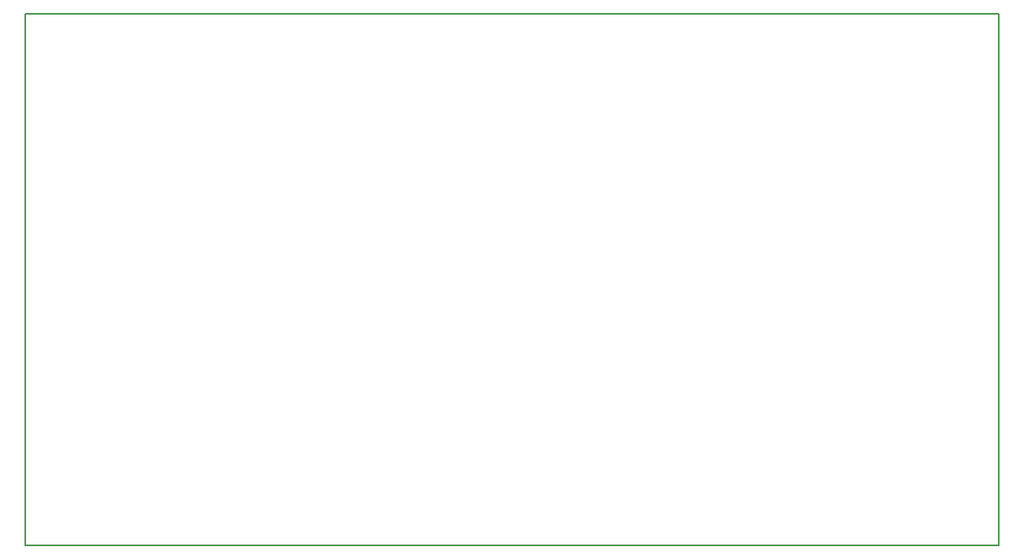
<source format=gbo>
G04 MADE WITH FRITZING*
G04 WWW.FRITZING.ORG*
G04 DOUBLE SIDED*
G04 HOLES PLATED*
G04 CONTOUR ON CENTER OF CONTOUR VECTOR*
%ASAXBY*%
%FSLAX23Y23*%
%MOIN*%
%OFA0B0*%
%SFA1.0B1.0*%
%ADD10R,3.991030X2.184910X3.975030X2.168910*%
%ADD11C,0.008000*%
%LNSILK0*%
G90*
G70*
G54D11*
X4Y2181D02*
X3987Y2181D01*
X3987Y4D01*
X4Y4D01*
X4Y2181D01*
D02*
G04 End of Silk0*
M02*
</source>
